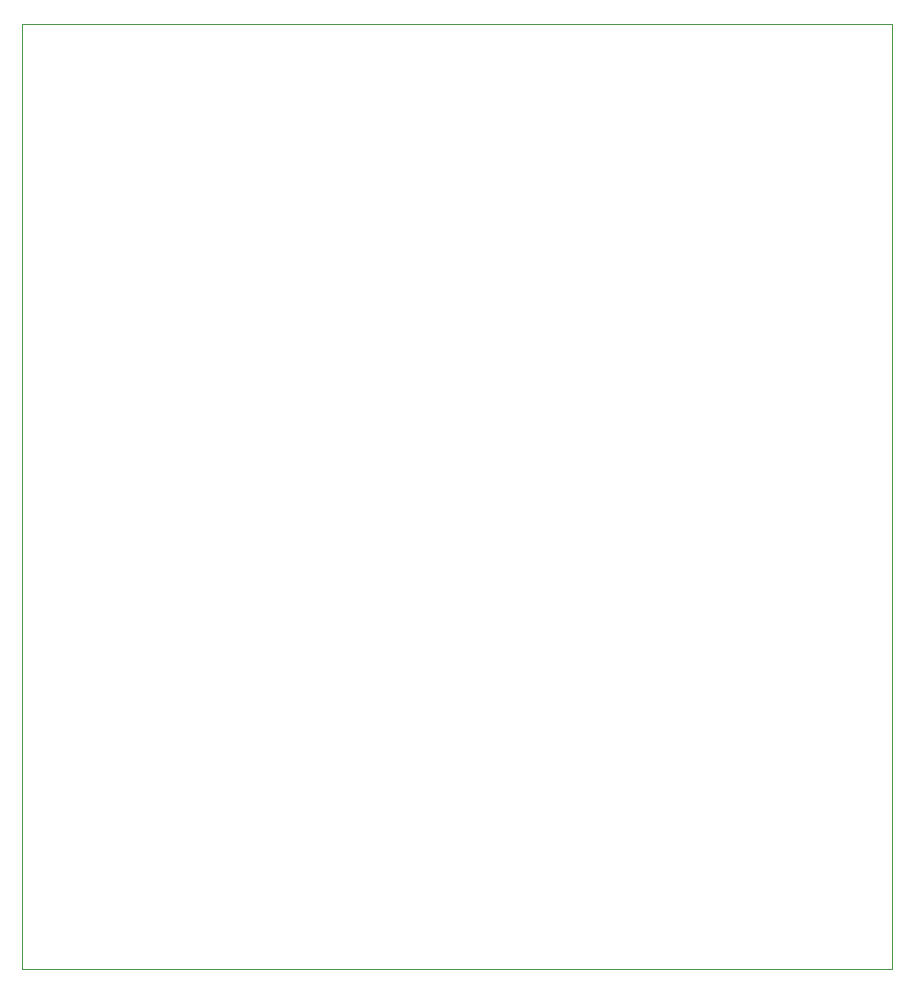
<source format=gbr>
%TF.GenerationSoftware,KiCad,Pcbnew,(5.1.8-0-10_14)*%
%TF.CreationDate,2020-12-08T12:39:33+00:00*%
%TF.ProjectId,STM32MP1_TestBoard,53544d33-324d-4503-915f-54657374426f,rev?*%
%TF.SameCoordinates,Original*%
%TF.FileFunction,Profile,NP*%
%FSLAX46Y46*%
G04 Gerber Fmt 4.6, Leading zero omitted, Abs format (unit mm)*
G04 Created by KiCad (PCBNEW (5.1.8-0-10_14)) date 2020-12-08 12:39:33*
%MOMM*%
%LPD*%
G01*
G04 APERTURE LIST*
%TA.AperFunction,Profile*%
%ADD10C,0.050000*%
%TD*%
G04 APERTURE END LIST*
D10*
X127000000Y-149860000D02*
X127000000Y-69850000D01*
X200660000Y-149860000D02*
X127000000Y-149860000D01*
X200660000Y-69850000D02*
X200660000Y-149860000D01*
X127000000Y-69850000D02*
X200660000Y-69850000D01*
M02*

</source>
